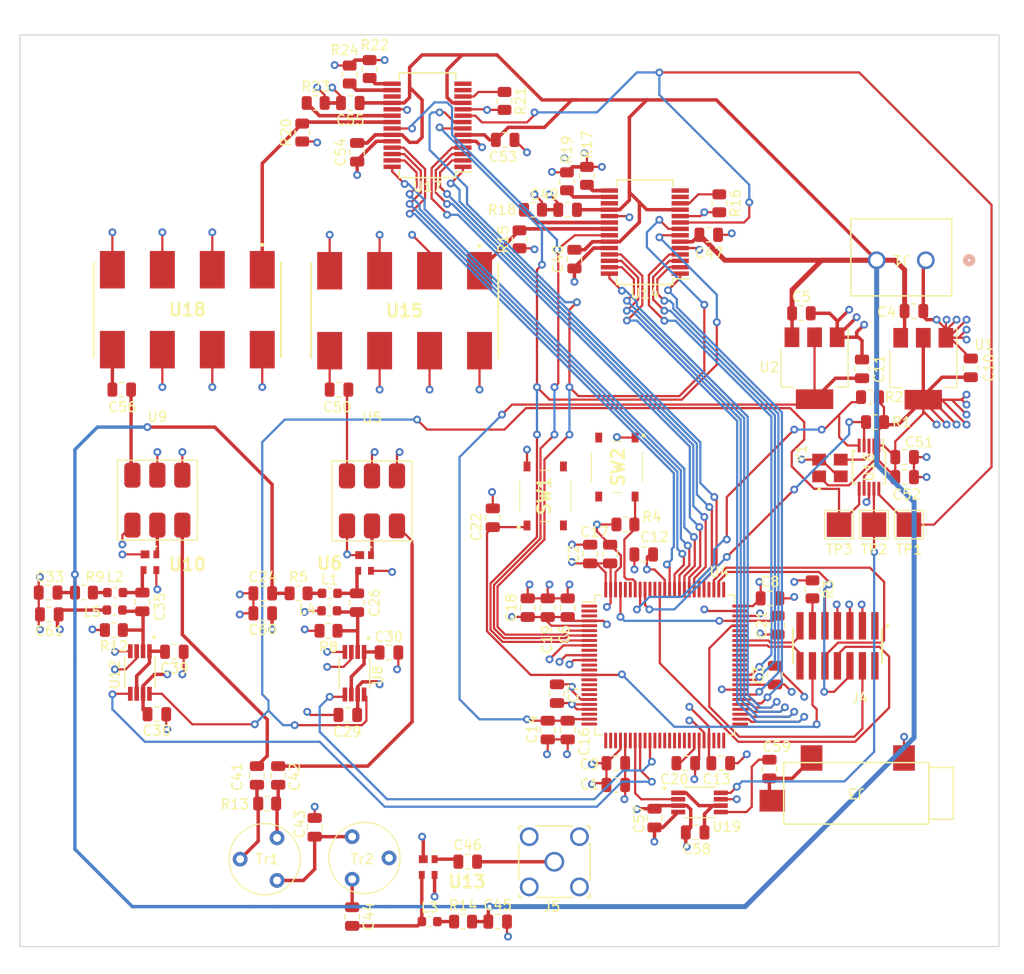
<source format=kicad_pcb>
(kicad_pcb (version 20221018) (generator pcbnew)

  (general
    (thickness 1.57884)
  )

  (paper "A4")
  (layers
    (0 "F.Cu" signal)
    (1 "In1.Cu" signal)
    (2 "In2.Cu" signal)
    (31 "B.Cu" signal)
    (32 "B.Adhes" user "B.Adhesive")
    (33 "F.Adhes" user "F.Adhesive")
    (34 "B.Paste" user)
    (35 "F.Paste" user)
    (36 "B.SilkS" user "B.Silkscreen")
    (37 "F.SilkS" user "F.Silkscreen")
    (38 "B.Mask" user)
    (39 "F.Mask" user)
    (40 "Dwgs.User" user "User.Drawings")
    (41 "Cmts.User" user "User.Comments")
    (42 "Eco1.User" user "User.Eco1")
    (43 "Eco2.User" user "User.Eco2")
    (44 "Edge.Cuts" user)
    (45 "Margin" user)
    (46 "B.CrtYd" user "B.Courtyard")
    (47 "F.CrtYd" user "F.Courtyard")
    (48 "B.Fab" user)
    (49 "F.Fab" user)
    (50 "User.1" user)
    (51 "User.2" user)
    (52 "User.3" user)
    (53 "User.4" user)
    (54 "User.5" user)
    (55 "User.6" user)
    (56 "User.7" user)
    (57 "User.8" user)
    (58 "User.9" user)
  )

  (setup
    (stackup
      (layer "F.SilkS" (type "Top Silk Screen"))
      (layer "F.Paste" (type "Top Solder Paste"))
      (layer "F.Mask" (type "Top Solder Mask") (thickness 0.01))
      (layer "F.Cu" (type "copper") (thickness 0.035))
      (layer "dielectric 1" (type "prepreg") (thickness 0.2104) (material "FR4") (epsilon_r 4.5) (loss_tangent 0.02))
      (layer "In1.Cu" (type "copper") (thickness 0.00152))
      (layer "dielectric 2" (type "core") (thickness 1.065) (material "FR4") (epsilon_r 4.5) (loss_tangent 0.02))
      (layer "In2.Cu" (type "copper") (thickness 0.00152))
      (layer "dielectric 3" (type "prepreg") (thickness 0.2104) (material "FR4") (epsilon_r 4.5) (loss_tangent 0.02))
      (layer "B.Cu" (type "copper") (thickness 0.035))
      (layer "B.Mask" (type "Bottom Solder Mask") (thickness 0.01))
      (layer "B.Paste" (type "Bottom Solder Paste"))
      (layer "B.SilkS" (type "Bottom Silk Screen"))
      (copper_finish "None")
      (dielectric_constraints yes)
    )
    (pad_to_mask_clearance 0)
    (pcbplotparams
      (layerselection 0x00010fc_ffffffff)
      (plot_on_all_layers_selection 0x0000000_00000000)
      (disableapertmacros false)
      (usegerberextensions false)
      (usegerberattributes true)
      (usegerberadvancedattributes true)
      (creategerberjobfile true)
      (dashed_line_dash_ratio 12.000000)
      (dashed_line_gap_ratio 3.000000)
      (svgprecision 4)
      (plotframeref false)
      (viasonmask false)
      (mode 1)
      (useauxorigin false)
      (hpglpennumber 1)
      (hpglpenspeed 20)
      (hpglpendiameter 15.000000)
      (dxfpolygonmode true)
      (dxfimperialunits true)
      (dxfusepcbnewfont true)
      (psnegative false)
      (psa4output false)
      (plotreference true)
      (plotvalue true)
      (plotinvisibletext false)
      (sketchpadsonfab false)
      (subtractmaskfromsilk false)
      (outputformat 1)
      (mirror false)
      (drillshape 1)
      (scaleselection 1)
      (outputdirectory "")
    )
  )

  (net 0 "")
  (net 1 "/frontend/MIX1")
  (net 2 "/frontend/MIX2")
  (net 3 "GND")
  (net 4 "+3.3V")
  (net 5 "+3.3VADC")
  (net 6 "+5V")
  (net 7 "/SIN")
  (net 8 "Net-(U18-RF_OUT)")
  (net 9 "/COS")
  (net 10 "/NRST")
  (net 11 "Net-(U19-COM)")
  (net 12 "/dac_processing/DAC_OUT")
  (net 13 "/TDI")
  (net 14 "/UART_RX")
  (net 15 "/UART_TX")
  (net 16 "Net-(L2-Pad2)")
  (net 17 "Net-(L3-Pad2)")
  (net 18 "/SDA")
  (net 19 "/SCL")
  (net 20 "Net-(U17-IOUT)")
  (net 21 "Net-(U17-RSET)")
  (net 22 "Net-(U17-VINN)")
  (net 23 "Net-(U17-IOUTB)")
  (net 24 "Net-(U17-VINP)")
  (net 25 "/BOOT0")
  (net 26 "/LO_CLK")
  (net 27 "/DAC_CLK")
  (net 28 "unconnected-(U4-PE2-Pad1)")
  (net 29 "unconnected-(U4-PE4-Pad2)")
  (net 30 "unconnected-(U4-PE5-Pad3)")
  (net 31 "/FQ_UD")
  (net 32 "/RESET")
  (net 33 "/W_CLK")
  (net 34 "unconnected-(U4-PC0-Pad16)")
  (net 35 "unconnected-(U4-PC1-Pad17)")
  (net 36 "unconnected-(U4-PC2_C-Pad18)")
  (net 37 "unconnected-(U4-PC3_C-Pad19)")
  (net 38 "unconnected-(U4-VREF+-Pad23)")
  (net 39 "unconnected-(U4-PA0-Pad25)")
  (net 40 "unconnected-(U4-PA1-Pad26)")
  (net 41 "unconnected-(U4-PA2-Pad27)")
  (net 42 "unconnected-(U4-PA3-Pad28)")
  (net 43 "unconnected-(U4-PA4-Pad31)")
  (net 44 "/DAC_IN")
  (net 45 "/ADC1")
  (net 46 "unconnected-(U4-PA7-Pad34)")
  (net 47 "/ADC2")
  (net 48 "unconnected-(U4-PC5-Pad36)")
  (net 49 "unconnected-(U4-PB0-Pad37)")
  (net 50 "unconnected-(U4-PB1-Pad38)")
  (net 51 "unconnected-(U4-PB2-Pad39)")
  (net 52 "unconnected-(U4-PE7-Pad40)")
  (net 53 "unconnected-(U4-PE8-Pad41)")
  (net 54 "unconnected-(U4-PB10-Pad42)")
  (net 55 "unconnected-(U4-PB11-Pad43)")
  (net 56 "unconnected-(U4-PB12-Pad48)")
  (net 57 "unconnected-(U4-PB13-Pad49)")
  (net 58 "unconnected-(U4-PB14-Pad50)")
  (net 59 "unconnected-(U4-PB15-Pad51)")
  (net 60 "/D07")
  (net 61 "/D06")
  (net 62 "/D05")
  (net 63 "/D04")
  (net 64 "/D03")
  (net 65 "/D02")
  (net 66 "/D01")
  (net 67 "/D00")
  (net 68 "unconnected-(U4-PC6-Pad62)")
  (net 69 "unconnected-(U4-PC7-Pad63)")
  (net 70 "unconnected-(U4-PC8-Pad64)")
  (net 71 "unconnected-(U4-PC9-Pad65)")
  (net 72 "unconnected-(U4-PA8-Pad66)")
  (net 73 "unconnected-(U4-PA11-Pad69)")
  (net 74 "unconnected-(U4-PA12-Pad70)")
  (net 75 "/TMS")
  (net 76 "unconnected-(U4-VDD33USB-Pad76)")
  (net 77 "/TCLK")
  (net 78 "unconnected-(U4-PC10-Pad79)")
  (net 79 "/D10")
  (net 80 "/D11")
  (net 81 "/D12")
  (net 82 "/D13")
  (net 83 "/D14")
  (net 84 "/D15")
  (net 85 "/D16")
  (net 86 "/D17")
  (net 87 "/TDO")
  (net 88 "unconnected-(U4-PB4(NJTRST)-Pad90)")
  (net 89 "unconnected-(U4-PB5-Pad91)")
  (net 90 "unconnected-(U4-PB8-Pad95)")
  (net 91 "unconnected-(U4-PB9-Pad96)")
  (net 92 "unconnected-(U17-VOUTN-Pad13)")
  (net 93 "unconnected-(U17-VOUTP-Pad14)")
  (net 94 "unconnected-(U17-DACBP-Pad17)")
  (net 95 "unconnected-(U4-VLXSMPS-Pad10)")
  (net 96 "Net-(C20-Pad1)")
  (net 97 "Net-(C21-Pad1)")
  (net 98 "Net-(U8-IN)")
  (net 99 "Net-(U6-OUT)")
  (net 100 "Net-(U8-COM)")
  (net 101 "Net-(U12-IN)")
  (net 102 "Net-(U10-OUT)")
  (net 103 "Net-(U12-COM)")
  (net 104 "Net-(C41-Pad2)")
  (net 105 "Net-(C42-Pad2)")
  (net 106 "Net-(C43-Pad1)")
  (net 107 "Net-(C44-Pad1)")
  (net 108 "Net-(U13-OUT)")
  (net 109 "Net-(U13-IN)")
  (net 110 "Net-(J5-In)")
  (net 111 "Net-(U15-RF_OUT)")
  (net 112 "unconnected-(J4-Pin_1-Pad1)")
  (net 113 "unconnected-(J4-Pin_2-Pad2)")
  (net 114 "Net-(J4-Pin_11)")
  (net 115 "Net-(L1-Pad2)")
  (net 116 "Net-(U14-IOUT)")
  (net 117 "Net-(U14-RSET)")
  (net 118 "Net-(U14-VINN)")
  (net 119 "Net-(U14-IOUTB)")
  (net 120 "Net-(U14-VINP)")
  (net 121 "Net-(U5-IF)")
  (net 122 "Net-(U10-IN)")
  (net 123 "unconnected-(U14-VOUTN-Pad13)")
  (net 124 "unconnected-(U14-VOUTP-Pad14)")
  (net 125 "unconnected-(U14-DACBP-Pad17)")
  (net 126 "Net-(U16-XA)")
  (net 127 "Net-(U16-XB)")
  (net 128 "Net-(C59-Pad2)")
  (net 129 "/MIXER_CLK")
  (net 130 "unconnected-(U4-PH1-Pad14)")
  (net 131 "unconnected-(U4-PH0-Pad13)")

  (footprint "Capacitor_SMD:C_0805_2012Metric" (layer "F.Cu") (at 204.708 77.356))

  (footprint "Capacitor_SMD:C_0805_2012Metric" (layer "F.Cu") (at 126.238 106.934 90))

  (footprint "Capacitor_SMD:C_0805_2012Metric" (layer "F.Cu") (at 127.712 118.354 180))

  (footprint "Capacitor_SMD:C_0805_2012Metric" (layer "F.Cu") (at 169.494816 119.967184 -90))

  (footprint "Resistor_SMD:R_0805_2012Metric" (layer "F.Cu") (at 120.2965 105.984 180))

  (footprint "Inductor_SMD:L_0603_1608Metric" (layer "F.Cu") (at 123.4185 107.762 180))

  (footprint "Capacitor_SMD:C_0805_2012Metric" (layer "F.Cu") (at 151.318 112.08 180))

  (footprint "TestPoint:TestPoint_Pad_2.5x2.5mm" (layer "F.Cu") (at 197.088 99.076 -90))

  (footprint "footprints:SCLF65" (layer "F.Cu") (at 152.908 77.3185 180))

  (footprint "Capacitor_SMD:C_0805_2012Metric" (layer "F.Cu") (at 182.45691 130.376184))

  (footprint "footprints:SCLF65" (layer "F.Cu") (at 130.81 77.215 180))

  (footprint "Capacitor_SMD:C_0805_2012Metric" (layer "F.Cu") (at 138.48 106.06 180))

  (footprint "Capacitor_SMD:C_0805_2012Metric" (layer "F.Cu") (at 174.386816 123.335184 180))

  (footprint "TestPoint:TestPoint_Pad_2.5x2.5mm" (layer "F.Cu") (at 200.644 99.076 -90))

  (footprint "Package_TO_SOT_SMD:SOT-223-3_TabPin2" (layer "F.Cu") (at 194.6 83.168 -90))

  (footprint "footprints:MAX7413CUA+" (layer "F.Cu") (at 125.984 114.112 -90))

  (footprint "Capacitor_SMD:C_0805_2012Metric" (layer "F.Cu") (at 129.49 112.004 180))

  (footprint "Capacitor_SMD:C_0805_2012Metric" (layer "F.Cu") (at 178.32691 128.918184 -90))

  (footprint "Package_QFP:LQFP-100_14x14mm_P0.5mm" (layer "F.Cu") (at 179.360816 113.357184))

  (footprint "Capacitor_SMD:C_0805_2012Metric" (layer "F.Cu") (at 169.484 67.058001))

  (footprint "Capacitor_SMD:C_0805_2012Metric" (layer "F.Cu") (at 203.758 92.21))

  (footprint "Capacitor_SMD:C_0805_2012Metric" (layer "F.Cu") (at 143.764 129.86 90))

  (footprint "Capacitor_SMD:C_0805_2012Metric" (layer "F.Cu") (at 183.835 69.597999))

  (footprint "Package_SO:MSOP-10_3x3mm_P0.5mm" (layer "F.Cu") (at 200.136 93.226 -90))

  (footprint "Capacitor_SMD:C_0805_2012Metric" (layer "F.Cu") (at 169.494816 107.521184 90))

  (footprint "Resistor_SMD:R_0805_2012Metric" (layer "F.Cu") (at 164.592 70.05975 90))

  (footprint "Resistor_SMD:R_0805_2012Metric" (layer "F.Cu") (at 184.912 66.3975 -90))

  (footprint "footprints:CONN_RF2-04A-T-00-50-G_ADM" (layer "F.Cu") (at 168.1353 133.3627))

  (footprint "Capacitor_SMD:C_0805_2012Metric" (layer "F.Cu") (at 124.14 85.344))

  (footprint "Capacitor_SMD:C_0805_2012Metric" (layer "F.Cu") (at 168.402 116.266 -90))

  (footprint "Inductor_SMD:L_0603_1608Metric" (layer "F.Cu") (at 155.448 139.446))

  (footprint "Capacitor_SMD:C_0805_2012Metric" (layer "F.Cu") (at 162.372 139.446))

  (footprint "Capacitor_SMD:C_0805_2012Metric" (layer "F.Cu") (at 147.132 118.43))

  (footprint "Capacitor_SMD:C_0805_2012Metric" (layer "F.Cu") (at 203.758 94.242))

  (footprint "Resistor_SMD:R_0805_2012Metric" (layer "F.Cu") (at 163.068 55.9835 -90))

  (footprint "Capacitor_SMD:C_0805_2012Metric" (layer "F.Cu") (at 148.066 107.01 90))

  (footprint "Capacitor_SMD:C_0805_2012Metric" (layer "F.Cu") (at 177.226 102.108 180))

  (footprint "Capacitor_SMD:C_0805_2012Metric" (layer "F.Cu") (at 193.264 77.58))

  (footprint "footprints:XTAL_ABM8G-25.000MHZ-4Y-T3" (layer "F.Cu") (at 196.164 93.314 90))

  (footprint "Capacitor_SMD:C_0805_2012Metric" (layer "F.Cu") (at 210.484 83.132 90))

  (footprint "Capacitor_SMD:C_0805_2012Metric" (layer "F.Cu") (at 190.068816 106.571184))

  (footprint "Capacitor_SMD:C_0805_2012Metric" (layer "F.Cu") (at 147.573999 138.931937 -90))

  (footprint "Resistor_SMD:R_0805_2012Metric" (layer "F.Cu") (at 147.32 53.298501 90))

  (footprint "Capacitor_SMD:C_0805_2012Metric" (layer "F.Cu") (at 148.082 61.21 90))

  (footprint "Capacitor_SMD:C_0805_2012Metric" (layer "F.Cu") (at 181.498816 123.335184))

  (footprint "Resistor_SMD:R_0805_2012Metric" (layer "F.Cu")
    (tstamp 71ed4449-fe83-4be8-a55b-cf05764e1460)
    (at 171.45 63.605501 90)
    (descr "Resistor SMD 0805 (2012 Metric), square (rectangular) end terminal, IPC_7351 nominal, (Body size source: IPC-SM-782 page 72, https://www.pcb-3d.com/wordpress/wp-content/uploads/ipc-sm-782a_amendment_1_and_2.pdf), generated with kicad-footprint-generator")
    (tags "resistor")
    (property "Sheetfile" "local_oscillator.kicad_sch")
    (property "Sheetname" "LO1")
    (property "ki_description" "Resistor")
    (property "ki_keywords" "R res resistor")
    (path "/7ba80321-1d1d-4032-a2ce-d86c8a1f2486/427b9693-7305-490d-ad6c-da57f2d5bfff")
    (attr smd)
    (fp_text reference "R17" (at 3.153501 0 90) (layer "F.SilkS")
        (effects (font (size 1 1) (thickness 0.15)))
      (tstamp e47c6d36-bdb1-41ec-b55c-4666e9b756e2)
    )
    (fp_text value "1K" (at 0 1.65 90) (layer "F.Fab")
        (effects (font (size 1 1) (thickness 0.15)))
      (tstamp 97cbcb17-2d10-4f14-a423-2dfa757064e4)
    )
    (fp_text user "${REFERENCE}" (at 0 0 90) (layer "F.Fab")
        (effects (font (size 0.5 0.5) (thickness 0.08)))
      (tstamp f1cc9b8a-8069-4efa-ac8f-5997757c9d26)
    )
    (fp_line (start -0.227064 -0.735) (end 0.227064 -0.735)
      (stroke (width 0.12) (type solid)) (layer "F.SilkS") (tstamp 9912361c-d37c-4801-8855-bfb814641940))
    (fp_line (start -0.227064 0.735) (end 0.227064 0.735)
      (stroke (width 0.12) (type solid)) (layer "F.SilkS") (tstamp 3962a452-e271-43b2-b250-cd5b25dd0d18))
    (fp_line (start -1.68 -0.95) (end 1.68 -0.95)
      (stroke (width 0.05) (type solid)) (layer "F.CrtYd") (tstamp e3ebce0d-f84a-475e-8b3a-bb883f1f7681))
    (fp_line (start -1.68 0.95) (end -1.68 -0.95)
      (stroke (width 0.05) (type solid)) (layer "F.CrtYd") (tstamp a4c08b95-f129-49f7-9c72-94d740c16fbd))
    (fp_line (start 1.68 -0.95) (end 1.68 0.95)
      (stroke (width 0.05) (type solid)) (layer "F.CrtYd") (tstamp 29574a79-8566-4c65-8eae-3f4e879f4c4a))
    (fp_line (start 1.68 0.95) (end -1.68 0.95)
      (stroke (width 0.05) (type solid)) (layer "F.CrtYd") (tstamp 950752e9-f3f9-4838-be43-4148e6cea2a4))
    (fp_line (start -1 -0.625) (end 1 -0.625)
      (stroke (width 0
... [878899 chars truncated]
</source>
